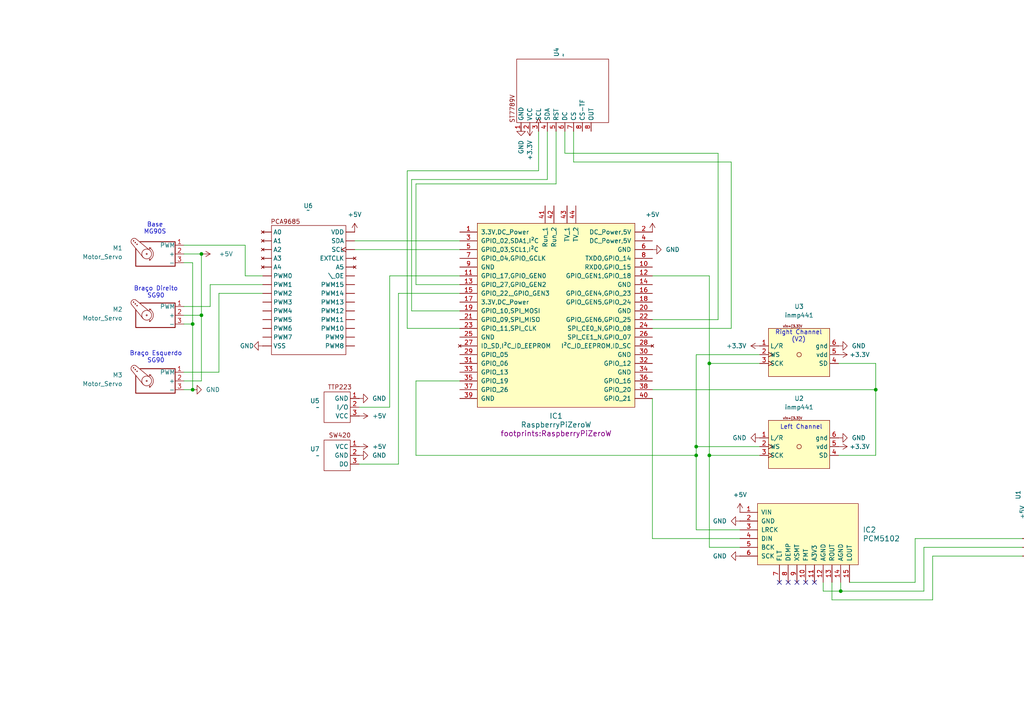
<source format=kicad_sch>
(kicad_sch (version 20231120) (generator "eeschema") (generator_version "8.0")
  (paper "A4")
  (lib_symbols
    (symbol "Device:Speaker" (pin_names (offset 0) hide)
      (property "Reference" "LS" (at 1.27 5.715 0))
      (property "Value" "Speaker" (at 1.27 3.81 0))
      (symbol "Speaker_0_0"
        (rectangle (start -2.54 1.27) (end 1.016 -3.81) (stroke (width 0.254)))
        (polyline (pts (xy 1.016 1.27) (xy 3.556 3.81) (xy 3.556 -6.35) (xy 1.016 -3.81)) (stroke (width 0.254)))
      )
      (symbol "Speaker_1_1"
        (pin input line (at -5.08 0 0) (length 2.54) (name "1") (number "1"))
        (pin input line (at -5.08 -2.54 0) (length 2.54) (name "2") (number "2"))
      )
    )
    (symbol "Motor:Motor_Servo" (pin_names (offset 0.0254))
      (property "Reference" "M" (at -5.08 4.445 0))
      (property "Value" "Motor_Servo" (at -5.08 -4.064 0))
      (symbol "Motor_Servo_0_1"
        (polyline (pts (xy 2.413 -1.778) (xy 2.032 -1.778)))
        (polyline (pts (xy 2.413 -1.778) (xy 2.286 -1.397)))
        (polyline (pts (xy 2.413 1.778) (xy 1.905 1.778)))
        (polyline (pts (xy 2.413 1.778) (xy 2.286 1.397)))
        (polyline (pts (xy 6.35 4.445) (xy 2.54 1.27)))
        (polyline (pts (xy 7.62 3.175) (xy 4.191 -1.016)))
        (polyline (pts (xy 5.08 3.556) (xy -5.08 3.556) (xy -5.08 -3.556) (xy 6.35 -3.556) (xy 6.35 1.524)) (stroke (width 0.254)))
        (arc (start 2.413 1.778) (mid 1.2406 0) (end 2.413 -1.778))
        (circle (center 3.175 0) (radius 0.1778))
        (circle (center 3.175 0) (radius 1.4224))
        (circle (center 5.969 2.794) (radius 0.127))
        (circle (center 6.477 3.302) (radius 0.127))
        (circle (center 6.985 3.81) (radius 0.127))
        (arc (start 7.62 3.175) (mid 7.4485 4.2735) (end 6.35 4.445))
      )
      (symbol "Motor_Servo_1_1"
        (pin passive line (at -7.62 2.54 0) (length 2.54) (name "PWM") (number "1"))
        (pin passive line (at -7.62 0 0) (length 2.54) (name "+") (number "2"))
        (pin passive line (at -7.62 -2.54 0) (length 2.54) (name "-") (number "3"))
      )
    )
    (symbol "PCA9685:PCA9685"
      (property "Reference" "U" (at -2.032 1.27 0))
      (symbol "PCA9685_0_1"
        (rectangle (start -2.54 -1.905) (end 19.05 -39.37))
      )
      (symbol "PCA9685_1_1"
        (text "PCA9685" (at 1.524 -0.762 0) (effects (font (size 1.27 1.27))))
        (pin no_connect line (at -5.08 -3.81 0) (length 2.54) (name "A0") (number ""))
        (pin no_connect line (at -5.08 -6.35 0) (length 2.54) (name "A1") (number ""))
        (pin no_connect line (at -5.08 -8.89 0) (length 2.54) (name "A2") (number ""))
        (pin no_connect line (at -5.08 -11.43 0) (length 2.54) (name "A3") (number ""))
        (pin no_connect line (at -5.08 -13.97 0) (length 2.54) (name "A4") (number ""))
        (pin no_connect line (at 21.59 -13.97 180) (length 2.54) (name "A5") (number ""))
        (pin no_connect line (at 21.59 -11.43 180) (length 2.54) (name "EXTCLK") (number ""))
        (pin output line (at -5.08 -16.51 0) (length 2.54) (name "PWM0") (number ""))
        (pin output line (at -5.08 -19.05 0) (length 2.54) (name "PWM1") (number ""))
        (pin output line (at 21.59 -31.75 180) (length 2.54) (name "PWM10") (number ""))
        (pin output line (at 21.59 -29.21 180) (length 2.54) (name "PWM11") (number ""))
        (pin output line (at 21.59 -26.67 180) (length 2.54) (name "PWM12") (number ""))
        (pin output line (at 21.59 -24.13 180) (length 2.54) (name "PWM13") (number ""))
        (pin output line (at 21.59 -21.59 180) (length 2.54) (name "PWM14") (number ""))
        (pin output line (at 21.59 -19.05 180) (length 2.54) (name "PWM15") (number ""))
        (pin output line (at -5.08 -21.59 0) (length 2.54) (name "PWM2") (number ""))
        (pin output line (at -5.08 -24.13 0) (length 2.54) (name "PWM3") (number ""))
        (pin output line (at -5.08 -26.67 0) (length 2.54) (name "PWM4") (number ""))
        (pin output line (at -5.08 -29.21 0) (length 2.54) (name "PWM5") (number ""))
        (pin output line (at -5.08 -31.75 0) (length 2.54) (name "PWM6") (number ""))
        (pin output line (at -5.08 -34.29 0) (length 2.54) (name "PWM7") (number ""))
        (pin output line (at 21.59 -36.83 180) (length 2.54) (name "PWM8") (number ""))
        (pin output line (at 21.59 -34.29 180) (length 2.54) (name "PWM9") (number ""))
        (pin input clock (at 21.59 -8.89 180) (length 2.54) (name "SCL") (number ""))
        (pin input line (at 21.59 -6.35 180) (length 2.54) (name "SDA") (number ""))
        (pin power_in line (at 21.59 -3.81 180) (length 2.54) (name "VDD") (number ""))
        (pin power_in line (at -5.08 -36.83 0) (length 2.54) (name "VSS") (number ""))
        (pin power_in line (at 21.59 -16.51 180) (length 2.54) (name "\\_OE") (number ""))
      )
    )
    (symbol "SW420:SW420"
      (property "Reference" "U" (at 0 0 0))
      (symbol "SW420_0_1"
        (rectangle (start 0 -3.175) (end 7.62 -12.065))
      )
      (symbol "SW420_1_1"
        (text "SW420\n" (at 3.048 -1.778 0) (effects (font (size 1.27 1.27))))
        (pin power_in line (at -2.54 -5.08 0) (length 2.54) (name "VCC") (number "1"))
        (pin power_in line (at -2.54 -7.62 0) (length 2.54) (name "GND") (number "2"))
        (pin output line (at -2.54 -10.16 0) (length 2.54) (name "DO") (number "3"))
      )
    )
    (symbol "TTP223:TTP223"
      (property "Reference" "U" (at 0 1.524 0))
      (symbol "TTP223_0_1"
        (rectangle (start 0 -1.905) (end 7.62 -10.795))
      )
      (symbol "TTP223_1_1"
        (text "TTP223" (at 3.048 -0.508 0) (effects (font (size 1.27 1.27))))
        (pin power_in line (at -2.54 -3.81 0) (length 2.54) (name "GND") (number "1"))
        (pin output line (at -2.54 -6.35 0) (length 2.54) (name "I/O") (number "2"))
        (pin power_in line (at -2.54 -8.89 0) (length 2.54) (name "VCC") (number "3"))
      )
    )
    (symbol "comp_pcm5102:PCM5102" (pin_names (offset 1.016))
      (property "Reference" "IC" (at 26.67 26.67 0))
      (property "Value" "PCM5102" (at 26.67 31.75 0))
      (symbol "PCM5102_0_1"
        (rectangle (start 6.35 34.29) (end 35.56 16.51) (fill (type background)))
      )
      (symbol "PCM5102_1_1"
        (pin power_in line (at 1.27 31.75 0) (length 5.08) (name "VIN") (number "1"))
        (pin unspecified line (at 20.32 11.43 90) (length 5.08) (name "FMT") (number "10"))
        (pin power_out line (at 22.86 11.43 90) (length 5.08) (name "A3V3") (number "11"))
        (pin power_out line (at 25.4 11.43 90) (length 5.08) (name "AGND") (number "12"))
        (pin output line (at 27.94 11.43 90) (length 5.08) (name "ROUT") (number "13"))
        (pin power_out line (at 30.48 11.43 90) (length 5.08) (name "AGND") (number "14"))
        (pin output line (at 33.02 11.43 90) (length 5.08) (name "LOUT") (number "15"))
        (pin power_in line (at 1.27 29.21 0) (length 5.08) (name "GND") (number "2"))
        (pin input line (at 1.27 26.67 0) (length 5.08) (name "LRCK") (number "3"))
        (pin input line (at 1.27 24.13 0) (length 5.08) (name "DIN") (number "4"))
        (pin input line (at 1.27 21.59 0) (length 5.08) (name "BCK") (number "5"))
        (pin input line (at 1.27 19.05 0) (length 5.08) (name "SCK") (number "6"))
        (pin unspecified line (at 12.7 11.43 90) (length 5.08) (name "FLT") (number "7"))
        (pin unspecified line (at 15.24 11.43 90) (length 5.08) (name "DEMP") (number "8"))
        (pin unspecified line (at 17.78 11.43 90) (length 5.08) (name "XSMT") (number "9"))
      )
    )
    (symbol "comp_raspberrypizerow:+3.3V" (power) (pin_names (offset 0))
      (property "Value" "+3.3V" (at 0 3.556 0))
      (symbol "+3.3V_0_1"
        (polyline (pts (xy -0.762 1.27) (xy 0 2.54)))
        (polyline (pts (xy 0 0) (xy 0 2.54)))
        (polyline (pts (xy 0 2.54) (xy 0.762 1.27)))
      )
      (symbol "+3.3V_1_1"
        (pin power_in line (at 0 0 90) (length 0) hide (name "+3V3") (number "1"))
      )
    )
    (symbol "comp_raspberrypizerow:RaspberryPiZeroW" (pin_names (offset 1.016))
      (property "Reference" "IC" (at -1.27 -33.02 0))
      (property "Value" "RaspberryPiZeroW" (at -1.27 -36.83 0))
      (property "Footprint" "footprints:RaspberryPiZeroW" (at -2.54 -41.91 0))
      (symbol "RaspberryPiZeroW_0_1"
        (rectangle (start -24.13 13.97) (end 21.59 -39.37) (fill (type background)))
      )
      (symbol "RaspberryPiZeroW_1_1"
        (pin power_out line (at -29.21 11.43 0) (length 5.08) (name "3.3V,DC_Power") (number "1"))
        (pin bidirectional line (at 26.67 1.27 180) (length 5.08) (name "RXD0,GPIO_15") (number "10"))
        (pin bidirectional line (at -29.21 -1.27 0) (length 5.08) (name "GPIO_17,GPIO_GEN0") (number "11"))
        (pin bidirectional line (at 26.67 -1.27 180) (length 5.08) (name "GPIO_GEN1,GPIO_18") (number "12"))
        (pin bidirectional line (at -29.21 -3.81 0) (length 5.08) (name "GPIO_27,GPIO_GEN2") (number "13"))
        (pin power_in line (at 26.67 -3.81 180) (length 5.08) (name "GND") (number "14"))
        (pin bidirectional line (at -29.21 -6.35 0) (length 5.08) (name "GPIO_22,_GPIO_GEN3") (number "15"))
        (pin bidirectional line (at 26.67 -6.35 180) (length 5.08) (name "GPIO_GEN4,GPIO_23") (number "16"))
        (pin power_out line (at -29.21 -8.89 0) (length 5.08) (name "3.3V,DC_Power") (number "17"))
        (pin bidirectional line (at 26.67 -8.89 180) (length 5.08) (name "GPIO_GEN5,GPIO_24") (number "18"))
        (pin bidirectional line (at -29.21 -11.43 0) (length 5.08) (name "GPIO_10,SPI_MOSI") (number "19"))
        (pin power_in line (at 26.67 11.43 180) (length 5.08) (name "DC_Power,5V") (number "2"))
        (pin power_in line (at 26.67 -11.43 180) (length 5.08) (name "GND") (number "20"))
        (pin bidirectional line (at -29.21 -13.97 0) (length 5.08) (name "GPIO_09,SPI_MISO") (number "21"))
        (pin bidirectional line (at 26.67 -13.97 180) (length 5.08) (name "GPIO_GEN6,GPIO_25") (number "22"))
        (pin bidirectional line (at -29.21 -16.51 0) (length 5.08) (name "GPIO_11,SPI_CLK") (number "23"))
        (pin bidirectional line (at 26.67 -16.51 180) (length 5.08) (name "SPI_CE0_N,GPIO_08") (number "24"))
        (pin power_in line (at -29.21 -19.05 0) (length 5.08) (name "GND") (number "25"))
        (pin bidirectional line (at 26.67 -19.05 180) (length 5.08) (name "SPI_CE1_N,GPIO_07") (number "26"))
        (pin no_connect line (at -29.21 -21.59 0) (length 5.08) (name "ID_SD,I²C_ID_EEPROM") (number "27"))
        (pin no_connect line (at 26.67 -21.59 180) (length 5.08) (name "I²C_ID_EEPROM,ID_SC") (number "28"))
        (pin bidirectional line (at -29.21 -24.13 0) (length 5.08) (name "GPIO_05") (number "29"))
        (pin bidirectional line (at -29.21 8.89 0) (length 5.08) (name "GPIO_02,SDA1,I²C") (number "3"))
        (pin power_in line (at 26.67 -24.13 180) (length 5.08) (name "GND") (number "30"))
        (pin bidirectional line (at -29.21 -26.67 0) (length 5.08) (name "GPIO_06") (number "31"))
        (pin bidirectional line (at 26.67 -26.67 180) (length 5.08) (name "GPIO_12") (number "32"))
        (pin bidirectional line (at -29.21 -29.21 0) (length 5.08) (name "GPIO_13") (number "33"))
        (pin power_in line (at 26.67 -29.21 180) (length 5.08) (name "GND") (number "34"))
        (pin bidirectional line (at -29.21 -31.75 0) (length 5.08) (name "GPIO_19") (number "35"))
        (pin bidirectional line (at 26.67 -31.75 180) (length 5.08) (name "GPIO_16") (number "36"))
        (pin bidirectional line (at -29.21 -34.29 0) (length 5.08) (name "GPIO_26") (number "37"))
        (pin bidirectional line (at 26.67 -34.29 180) (length 5.08) (name "GPIO_20") (number "38"))
        (pin power_in line (at -29.21 -36.83 0) (length 5.08) (name "GND") (number "39"))
        (pin power_in line (at 26.67 8.89 180) (length 5.08) (name "DC_Power,5V") (number "4"))
        (pin bidirectional line (at 26.67 -36.83 180) (length 5.08) (name "GPIO_21") (number "40"))
        (pin input line (at -4.445 19.05 270) (length 5.08) (name "Run_1") (number "41"))
        (pin input line (at -1.905 19.05 270) (length 5.08) (name "Run_2") (number "42"))
        (pin input line (at 1.905 19.05 270) (length 5.08) (name "TV_1") (number "43"))
        (pin input line (at 4.445 19.05 270) (length 5.08) (name "TV_2") (number "44"))
        (pin bidirectional line (at -29.21 6.35 0) (length 5.08) (name "GPIO_03,SCL1,I²C") (number "5"))
        (pin power_in line (at 26.67 6.35 180) (length 5.08) (name "GND") (number "6"))
        (pin bidirectional line (at -29.21 3.81 0) (length 5.08) (name "GPIO_04,GPIO_GCLK") (number "7"))
        (pin bidirectional line (at 26.67 3.81 180) (length 5.08) (name "TXDO,GPIO_14") (number "8"))
        (pin power_in line (at -29.21 1.27 0) (length 5.08) (name "GND") (number "9"))
      )
    )
    (symbol "display_ST7789V:ST7789V"
      (property "Reference" "U" (at -1.778 0.762 0))
      (symbol "ST7789V_0_1"
        (rectangle (start -2.54 -2.54) (end 15.875 -29.21))
      )
      (symbol "ST7789V_1_1"
        (text "ST7789V" (at 1.524 -1.27 0) (effects (font (size 1.27 1.27))))
        (pin power_in line (at -5.08 -3.81 0) (length 2.54) (name "GND") (number "1"))
        (pin power_in line (at -5.08 -6.35 0) (length 2.54) (name "VCC") (number "2"))
        (pin input clock (at -5.08 -8.89 0) (length 2.54) (name "SCL") (number "3"))
        (pin output line (at -5.08 -11.43 0) (length 2.54) (name "SDA") (number "4"))
        (pin input line (at -5.08 -13.97 0) (length 2.54) (name "RST") (number "5"))
        (pin input line (at -5.08 -16.51 0) (length 2.54) (name "DC") (number "6"))
        (pin input line (at -5.08 -19.05 0) (length 2.54) (name "CS") (number "7"))
        (pin input line (at -5.08 -21.59 0) (length 2.54) (name "CS-TF") (number "8"))
        (pin input line (at -5.08 -24.13 0) (length 2.54) (name "OUT") (number "8"))
      )
    )
    (symbol "inmp441:inmp441"
      (property "Reference" "U?" (at -3.6956 13.97 0))
      (property "Value" "inmp441" (at -3.6956 11.43 0))
      (symbol "inmp441_0_0"
        (rectangle (start -8.255 7.62) (end 9.525 -6.35) (fill (type background)))
      )
      (symbol "inmp441_0_1"
        (circle (center 0.635 0) (radius 0.635))
      )
      (symbol "inmp441_1_0"
        (text "vin=[3.3]V" (at -1.27 8.255 0) (effects (font (size 0.7 0.7))))
      )
      (symbol "inmp441_1_1"
        (pin passive line (at -10.795 2.54 0) (length 2.54) (name "L/R") (number "1"))
        (pin input clock (at -10.795 0 0) (length 2.54) (name "WS") (number "2"))
        (pin input clock (at -10.795 -2.54 0) (length 2.54) (name "SCK") (number "3"))
        (pin output line (at 12.065 -2.54 180) (length 2.54) (name "SD") (number "4"))
        (pin passive line (at 12.065 0 180) (length 2.54) (name "vdd") (number "5"))
        (pin passive line (at 12.065 2.54 180) (length 2.54) (name "gnd") (number "6"))
      )
    )
    (symbol "pam8403:pam8403"
      (property "Reference" "U?" (at -3.6956 13.97 0))
      (property "Value" "pam8403" (at -3.6956 11.43 0))
      (symbol "pam8403_0_0"
        (rectangle (start -8.255 7.62) (end 9.525 -6.35) (fill (type background)))
        (text "vin=[2.5-5.5]V" (at -1.27 8.255 0) (effects (font (size 0.7 0.7))))
      )
      (symbol "pam8403_1_1"
        (pin passive line (at -10.795 2.54 0) (length 2.54) (name "L") (number "1"))
        (pin passive line (at -10.795 0 0) (length 2.54) (name "T") (number "2"))
        (pin passive line (at -10.795 -2.54 0) (length 2.54) (name "R") (number "3"))
        (pin passive line (at -5.715 10.16 270) (length 2.54) (name "vin") (number "4"))
        (pin passive line (at 1.905 -8.89 90) (length 2.54) (name "gnd") (number "5"))
        (pin passive line (at 12.065 -5.08 180) (length 2.54) (name "R-") (number "6"))
        (pin passive line (at 12.065 -2.54 180) (length 2.54) (name "R+") (number "7"))
        (pin passive line (at 12.065 2.54 180) (length 2.54) (name "L+") (number "8"))
        (pin passive line (at 12.065 5.08 180) (length 2.54) (name "L-") (number "9"))
      )
    )
    (symbol "power:+5V" (power) (pin_numbers hide) (pin_names (offset 0) hide)
      (property "Value" "+5V" (at 0 3.556 0))
      (symbol "+5V_0_1"
        (polyline (pts (xy -0.762 1.27) (xy 0 2.54)))
        (polyline (pts (xy 0 0) (xy 0 2.54)))
        (polyline (pts (xy 0 2.54) (xy 0.762 1.27)))
      )
      (symbol "+5V_1_1"
        (pin power_in line (at 0 0 90) (length 0) (name "~") (number "1"))
      )
    )
    (symbol "power:GND" (power) (pin_numbers hide) (pin_names (offset 0) hide)
      (property "Value" "GND" (at 0 -3.81 0))
      (symbol "GND_0_1"
        (polyline (pts (xy 0 0) (xy 0 -1.27) (xy 1.27 -1.27) (xy 0 -2.54) (xy -1.27 -1.27) (xy 0 -1.27)))
      )
      (symbol "GND_1_1"
        (pin power_in line (at 0 0 270) (length 0) (name "~") (number "1"))
      )
    )
  )
  (junction (at 254 113.03))
  (junction (at 55.88 93.98))
  (junction (at 58.42 73.66))
  (junction (at 205.74 105.41))
  (junction (at 55.88 113.03))
  (junction (at 205.74 132.08))
  (junction (at 243.84 171.45))
  (junction (at 201.93 132.08))
  (junction (at 58.42 91.44))
  (junction (at 201.93 129.54))
  (no_connect (at 231.14 168.91))
  (no_connect (at 233.68 168.91))
  (no_connect (at 236.22 168.91))
  (no_connect (at 228.6 168.91))
  (no_connect (at 226.06 168.91))
  (wire (pts (xy 76.2 82.55) (xy 60.96 82.55)))
  (wire (pts (xy 53.34 91.44) (xy 58.42 91.44)))
  (wire (pts (xy 189.23 156.21) (xy 189.23 115.57)))
  (wire (pts (xy 53.34 71.12) (xy 71.12 71.12)))
  (wire (pts (xy 119.38 52.07) (xy 119.38 90.17)))
  (wire (pts (xy 53.34 113.03) (xy 55.88 113.03)))
  (wire (pts (xy 158.75 38.1) (xy 158.75 52.07)))
  (wire (pts (xy 113.03 80.01) (xy 113.03 118.11)))
  (wire (pts (xy 243.205 105.41) (xy 254 105.41)))
  (wire (pts (xy 220.345 102.87) (xy 201.93 102.87)))
  (wire (pts (xy 156.21 49.53) (xy 156.21 38.1)))
  (wire (pts (xy 163.83 44.45) (xy 208.28 44.45)))
  (wire (pts (xy 205.74 105.41) (xy 220.345 105.41)))
  (wire (pts (xy 241.3 173.99) (xy 270.51 173.99)))
  (wire (pts (xy 265.43 168.91) (xy 265.43 156.21)))
  (wire (pts (xy 113.03 118.11) (xy 104.14 118.11)))
  (wire (pts (xy 238.76 168.91) (xy 238.76 171.45)))
  (wire (pts (xy 58.42 73.66) (xy 58.42 91.44)))
  (wire (pts (xy 115.57 85.09) (xy 115.57 134.62)))
  (wire (pts (xy 53.34 110.49) (xy 58.42 110.49)))
  (wire (pts (xy 163.83 38.1) (xy 163.83 44.45)))
  (wire (pts (xy 254 105.41) (xy 254 113.03)))
  (wire (pts (xy 60.96 88.9) (xy 53.34 88.9)))
  (wire (pts (xy 120.65 53.34) (xy 120.65 82.55)))
  (wire (pts (xy 270.51 161.29) (xy 296.545 161.29)))
  (wire (pts (xy 161.29 38.1) (xy 161.29 53.34)))
  (wire (pts (xy 120.65 82.55) (xy 133.35 82.55)))
  (wire (pts (xy 270.51 173.99) (xy 270.51 161.29)))
  (wire (pts (xy 201.93 102.87) (xy 201.93 129.54)))
  (wire (pts (xy 267.97 158.75) (xy 296.545 158.75)))
  (wire (pts (xy 120.65 110.49) (xy 120.65 132.08)))
  (wire (pts (xy 201.93 153.67) (xy 214.63 153.67)))
  (wire (pts (xy 55.88 76.2) (xy 55.88 93.98)))
  (wire (pts (xy 254 132.08) (xy 254 113.03)))
  (wire (pts (xy 238.76 171.45) (xy 243.84 171.45)))
  (wire (pts (xy 205.74 132.08) (xy 220.345 132.08)))
  (wire (pts (xy 119.38 52.07) (xy 158.75 52.07)))
  (wire (pts (xy 53.34 76.2) (xy 55.88 76.2)))
  (wire (pts (xy 133.35 85.09) (xy 115.57 85.09)))
  (wire (pts (xy 205.74 105.41) (xy 205.74 132.08)))
  (wire (pts (xy 118.11 95.25) (xy 133.35 95.25)))
  (wire (pts (xy 243.205 132.08) (xy 254 132.08)))
  (wire (pts (xy 212.09 95.25) (xy 212.09 46.99)))
  (wire (pts (xy 58.42 110.49) (xy 58.42 91.44)))
  (wire (pts (xy 208.28 92.71) (xy 208.28 44.45)))
  (wire (pts (xy 319.405 156.21) (xy 337.82 156.21)))
  (wire (pts (xy 189.23 92.71) (xy 208.28 92.71)))
  (wire (pts (xy 243.84 168.91) (xy 243.84 171.45)))
  (wire (pts (xy 60.96 82.55) (xy 60.96 88.9)))
  (wire (pts (xy 63.5 85.09) (xy 76.2 85.09)))
  (wire (pts (xy 55.88 93.98) (xy 53.34 93.98)))
  (wire (pts (xy 205.74 80.01) (xy 189.23 80.01)))
  (wire (pts (xy 115.57 134.62) (xy 104.14 134.62)))
  (wire (pts (xy 166.37 46.99) (xy 212.09 46.99)))
  (wire (pts (xy 53.34 107.95) (xy 63.5 107.95)))
  (wire (pts (xy 55.88 93.98) (xy 55.88 113.03)))
  (wire (pts (xy 189.23 156.21) (xy 214.63 156.21)))
  (wire (pts (xy 118.11 49.53) (xy 118.11 95.25)))
  (wire (pts (xy 265.43 156.21) (xy 296.545 156.21)))
  (wire (pts (xy 220.345 129.54) (xy 201.93 129.54)))
  (wire (pts (xy 166.37 46.99) (xy 166.37 38.1)))
  (wire (pts (xy 133.35 110.49) (xy 120.65 110.49)))
  (wire (pts (xy 189.23 95.25) (xy 212.09 95.25)))
  (wire (pts (xy 119.38 90.17) (xy 133.35 90.17)))
  (wire (pts (xy 71.12 71.12) (xy 71.12 80.01)))
  (wire (pts (xy 120.65 132.08) (xy 201.93 132.08)))
  (wire (pts (xy 205.74 80.01) (xy 205.74 105.41)))
  (wire (pts (xy 58.42 73.66) (xy 53.34 73.66)))
  (wire (pts (xy 118.11 49.53) (xy 156.21 49.53)))
  (wire (pts (xy 246.38 168.91) (xy 265.43 168.91)))
  (wire (pts (xy 241.3 168.91) (xy 241.3 173.99)))
  (wire (pts (xy 102.87 69.85) (xy 133.35 69.85)))
  (wire (pts (xy 201.93 132.08) (xy 201.93 153.67)))
  (wire (pts (xy 71.12 80.01) (xy 76.2 80.01)))
  (wire (pts (xy 120.65 53.34) (xy 161.29 53.34)))
  (wire (pts (xy 319.405 163.83) (xy 327.66 163.83)))
  (wire (pts (xy 205.74 132.08) (xy 205.74 158.75)))
  (wire (pts (xy 319.405 153.67) (xy 337.82 153.67)))
  (wire (pts (xy 102.87 72.39) (xy 133.35 72.39)))
  (wire (pts (xy 133.35 80.01) (xy 113.03 80.01)))
  (wire (pts (xy 254 113.03) (xy 189.23 113.03)))
  (wire (pts (xy 267.97 171.45) (xy 267.97 158.75)))
  (wire (pts (xy 319.405 161.29) (xy 327.66 161.29)))
  (wire (pts (xy 201.93 129.54) (xy 201.93 132.08)))
  (wire (pts (xy 214.63 158.75) (xy 205.74 158.75)))
  (wire (pts (xy 243.84 171.45) (xy 267.97 171.45)))
  (wire (pts (xy 63.5 107.95) (xy 63.5 85.09)))
  (text "Left Channel" (at 232.41 123.952 0) (effects (font (size 1.27 1.27))))
  (text "Base\nMG90S" (at 44.958 66.294 0) (effects (font (size 1.27 1.27))))
  (text "Braço Direito\nSG90" (at 45.212 84.836 0) (effects (font (size 1.27 1.27))))
  (text "8R\n0.5v\n29mm" (at 350.774 145.288 90) (effects (font (size 1.27 1.27))))
  (text "Braço Esquerdo\nSG90" (at 45.212 103.632 0) (effects (font (size 1.27 1.27))))
  (text "8R\n0.5v\n40mm" (at 340.868 172.974 90) (effects (font (size 1.27 1.27))))
  (text "Right Channel\n(V2)" (at 231.648 97.536 0) (effects (font (size 1.27 1.27))))
  (symbol (lib_id "power:GND") (at 104.14 115.57 90) (unit 1)
    (property "Reference" "#PWR021" (effects (hide yes)))
    (property "Value" "GND" (at 107.95 115.5699 90) (effects (justify right)))
    (property "Description" "Power symbol creates a global label with name \"GND\" , ground" (effects (hide yes)))
  )
  (symbol (lib_id "power:+5V") (at 58.42 73.66 270) (unit 1)
    (property "Reference" "#PWR017" (effects (hide yes)))
    (property "Value" "+5V" (at 63.5 73.6599 90) (effects (justify left)))
    (property "Description" "Power symbol creates a global label with name \"+5V\"" (effects (hide yes)))
  )
  (symbol (lib_id "comp_raspberrypizerow:RaspberryPiZeroW") (at 162.56 78.74 0) (unit 1)
    (property "Reference" "IC1" (at 161.29 120.65 0) (effects (font (size 1.524 1.524))))
    (property "Value" "RaspberryPiZeroW" (at 161.29 123.19 0) (effects (font (size 1.524 1.524))))
    (property "Footprint" "footprints:RaspberryPiZeroW" (at 161.29 125.73 0) (effects (font (size 1.524 1.524))))
  )
  (symbol (lib_id "comp_pcm5102:PCM5102") (at 213.36 180.34 0) (unit 1)
    (property "Reference" "IC2" (at 250.19 153.6699 0) (effects (font (size 1.524 1.524)) (justify left)))
    (property "Value" "PCM5102" (at 250.19 156.2099 0) (effects (font (size 1.524 1.524)) (justify left)))
    (property "Footprint" "footprints:PCM5102" (effects (hide yes)))
  )
  (symbol (lib_id "inmp441:inmp441") (at 231.14 102.87 0) (unit 1)
    (property "Reference" "U3" (at 231.775 88.9 0))
    (property "Value" "inmp441" (at 231.775 91.44 0))
  )
  (symbol (lib_id "power:GND") (at 189.23 72.39 90) (unit 1)
    (property "Reference" "#PWR02" (effects (hide yes)))
    (property "Value" "GND" (at 193.04 72.3899 90) (effects (justify right)))
    (property "Description" "Power symbol creates a global label with name \"GND\" , ground" (effects (hide yes)))
  )
  (symbol (lib_id "power:+5V") (at 214.63 148.59 0) (unit 1)
    (property "Reference" "#PWR04" (effects (hide yes)))
    (property "Value" "+5V" (at 214.63 143.51 0))
    (property "Description" "Power symbol creates a global label with name \"+5V\"" (effects (hide yes)))
  )
  (symbol (lib_id "comp_raspberrypizerow:+3.3V") (at 153.67 36.83 0) (mirror x) (unit 1)
    (property "Reference" "#PWR014" (effects (hide yes)))
    (property "Value" "+3.3V" (at 153.6699 40.64 90) (effects (justify left)))
  )
  (symbol (lib_id "power:GND") (at 220.345 127 270) (unit 1)
    (property "Reference" "#PWR09" (effects (hide yes)))
    (property "Value" "GND" (at 216.535 126.9999 90) (effects (justify right)))
    (property "Description" "Power symbol creates a global label with name \"GND\" , ground" (effects (hide yes)))
  )
  (symbol (lib_id "power:+5V") (at 102.87 67.31 0) (unit 1)
    (property "Reference" "#PWR016" (effects (hide yes)))
    (property "Value" "+5V" (at 102.87 62.23 0))
    (property "Description" "Power symbol creates a global label with name \"+5V\"" (effects (hide yes)))
  )
  (symbol (lib_id "power:+5V") (at 243.205 102.87 270) (unit 1)
    (property "Reference" "#PWR012" (effects (hide yes)))
    (property "Value" "+3.3V" (at 246.38 102.8699 90) (effects (justify left)))
    (property "Description" "Power symbol creates a global label with name \"+5V\"" (effects (hide yes)))
  )
  (symbol (lib_id "power:+5V") (at 220.345 100.33 90) (unit 1)
    (property "Reference" "#PWR013" (effects (hide yes)))
    (property "Value" "+3.3V" (at 216.535 100.3299 90) (effects (justify left)))
    (property "Description" "Power symbol creates a global label with name \"+5V\"" (effects (hide yes)))
  )
  (symbol (lib_id "power:GND") (at 243.205 100.33 90) (unit 1)
    (property "Reference" "#PWR011" (effects (hide yes)))
    (property "Value" "GND" (at 247.015 100.3299 90) (effects (justify right)))
    (property "Description" "Power symbol creates a global label with name \"GND\" , ground" (effects (hide yes)))
  )
  (symbol (lib_id "power:GND") (at 214.63 151.13 270) (unit 1)
    (property "Reference" "#PWR01" (effects (hide yes)))
    (property "Value" "GND" (at 210.82 151.1299 90) (effects (justify right)))
    (property "Description" "Power symbol creates a global label with name \"GND\" , ground" (effects (hide yes)))
  )
  (symbol (lib_id "power:GND") (at 243.205 127 90) (unit 1)
    (property "Reference" "#PWR08" (effects (hide yes)))
    (property "Value" "GND" (at 247.015 126.9999 90) (effects (justify right)))
    (property "Description" "Power symbol creates a global label with name \"GND\" , ground" (effects (hide yes)))
  )
  (symbol (lib_id "Motor:Motor_Servo") (at 45.72 91.44 0) (mirror y) (unit 1)
    (property "Reference" "M2" (at 35.56 89.7365 0) (effects (justify left)))
    (property "Value" "Motor_Servo" (at 35.56 92.2765 0) (effects (justify left)))
    (property "Datasheet" "http://forums.parallax.com/uploads/attachments/46831/74481.png" (effects (hide yes)))
    (property "Description" "Servo Motor (Futaba, HiTec, JR connector)" (effects (hide yes)))
  )
  (symbol (lib_id "power:GND") (at 104.14 132.08 90) (unit 1)
    (property "Reference" "#PWR022" (effects (hide yes)))
    (property "Value" "GND" (at 107.95 132.0799 90) (effects (justify right)))
    (property "Description" "Power symbol creates a global label with name \"GND\" , ground" (effects (hide yes)))
  )
  (symbol (lib_id "power:GND") (at 309.245 167.64 0) (unit 1)
    (property "Reference" "#PWR07" (effects (hide yes)))
    (property "Value" "GND" (at 309.2449 171.45 90) (effects (justify right)))
    (property "Description" "Power symbol creates a global label with name \"GND\" , ground" (effects (hide yes)))
  )
  (symbol (lib_id "power:+5V") (at 104.14 120.65 270) (unit 1)
    (property "Reference" "#PWR020" (effects (hide yes)))
    (property "Value" "+5V" (at 107.95 120.6499 90) (effects (justify left)))
    (property "Description" "Power symbol creates a global label with name \"+5V\"" (effects (hide yes)))
  )
  (symbol (lib_id "Motor:Motor_Servo") (at 45.72 73.66 0) (mirror y) (unit 1)
    (property "Reference" "M1" (at 35.56 71.9565 0) (effects (justify left)))
    (property "Value" "Motor_Servo" (at 35.56 74.4965 0) (effects (justify left)))
    (property "Datasheet" "http://forums.parallax.com/uploads/attachments/46831/74481.png" (effects (hide yes)))
    (property "Description" "Servo Motor (Futaba, HiTec, JR connector)" (effects (hide yes)))
  )
  (symbol (lib_id "inmp441:inmp441") (at 231.14 129.54 0) (unit 1)
    (property "Reference" "U2" (at 231.775 115.57 0))
    (property "Value" "inmp441" (at 231.775 118.11 0))
  )
  (symbol (lib_id "TTP223:TTP223") (at 101.6 111.76 0) (mirror y) (unit 1)
    (property "Reference" "U5" (at 92.71 116.2656 0) (effects (justify left)))
    (property "Value" "~" (at 92.71 118.1707 0) (effects (justify left)))
    (property "Description" "Touch Sensor" (effects (hide yes)))
  )
  (symbol (lib_id "power:+5V") (at 243.205 129.54 270) (unit 1)
    (property "Reference" "#PWR010" (effects (hide yes)))
    (property "Value" "+3.3V" (at 246.38 129.5399 90) (effects (justify left)))
    (property "Description" "Power symbol creates a global label with name \"+5V\"" (effects (hide yes)))
  )
  (symbol (lib_id "power:GND") (at 76.2 100.33 270) (unit 1)
    (property "Reference" "#PWR018" (effects (hide yes)))
    (property "Value" "GND" (at 73.66 100.3299 90) (effects (justify right)))
    (property "Description" "Power symbol creates a global label with name \"GND\" , ground" (effects (hide yes)))
  )
  (symbol (lib_id "power:+5V") (at 301.625 148.59 90) (unit 1)
    (property "Reference" "#PWR06" (effects (hide yes)))
    (property "Value" "+5V" (at 296.545 148.59 0))
    (property "Description" "Power symbol creates a global label with name \"+5V\"" (effects (hide yes)))
  )
  (symbol (lib_id "SW420:SW420") (at 101.6 124.46 0) (mirror y) (unit 1)
    (property "Reference" "U7" (at 92.71 130.2356 0) (effects (justify left)))
    (property "Value" "~" (at 92.71 132.1407 0) (effects (justify left)))
  )
  (symbol (lib_id "power:+5V") (at 189.23 67.31 0) (unit 1)
    (property "Reference" "#PWR05" (effects (hide yes)))
    (property "Value" "+5V" (at 189.23 62.23 0))
    (property "Description" "Power symbol creates a global label with name \"+5V\"" (effects (hide yes)))
  )
  (symbol (lib_id "power:+5V") (at 104.14 129.54 270) (unit 1)
    (property "Reference" "#PWR023" (effects (hide yes)))
    (property "Value" "+5V" (at 107.95 129.5399 90) (effects (justify left)))
    (property "Description" "Power symbol creates a global label with name \"+5V\"" (effects (hide yes)))
  )
  (symbol (lib_id "Device:Speaker") (at 342.9 153.67 0) (unit 1)
    (property "Reference" "LS1" (at 342.1379 148.59 90) (effects (justify left)))
    (property "Value" "Speaker" (at 344.6779 148.59 90) (effects (justify left)))
    (property "Description" "Speaker" (effects (hide yes)))
  )
  (symbol (lib_id "power:GND") (at 214.63 161.29 270) (unit 1)
    (property "Reference" "#PWR03" (effects (hide yes)))
    (property "Value" "GND" (at 210.82 161.2899 90) (effects (justify right)))
    (property "Description" "Power symbol creates a global label with name \"GND\" , ground" (effects (hide yes)))
  )
  (symbol (lib_id "display_ST7789V:ST7789V") (at 147.32 33.02 90) (unit 1)
    (property "Reference" "U4" (at 161.4141 16.51 0) (effects (justify left)))
    (property "Value" "~" (at 163.3192 16.51 0) (effects (justify left)))
  )
  (symbol (lib_id "PCA9685:PCA9685") (at 81.28 63.5 0) (unit 1)
    (property "Reference" "U6" (at 89.3947 59.69 0))
    (property "Value" "~" (at 89.3947 60.96 0))
  )
  (symbol (lib_id "power:GND") (at 151.13 36.83 0) (mirror y) (unit 1)
    (property "Reference" "#PWR015" (effects (hide yes)))
    (property "Value" "GND" (at 151.1299 40.64 90) (effects (justify right)))
    (property "Description" "Power symbol creates a global label with name \"GND\" , ground" (effects (hide yes)))
  )
  (symbol (lib_id "pam8403:pam8403") (at 307.34 158.75 0) (unit 1)
    (property "Reference" "U1" (at 295.3064 143.51 90))
    (property "Value" "pam8403" (at 297.8464 143.51 90))
    (property "Footprint" "pam8403:pam8403" (effects (hide yes)))
  )
  (symbol (lib_id "power:GND") (at 55.88 113.03 90) (unit 1)
    (property "Reference" "#PWR019" (effects (hide yes)))
    (property "Value" "GND" (at 59.69 113.0299 90) (effects (justify right)))
    (property "Description" "Power symbol creates a global label with name \"GND\" , ground" (effects (hide yes)))
  )
  (symbol (lib_id "Motor:Motor_Servo") (at 45.72 110.49 0) (mirror y) (unit 1)
    (property "Reference" "M3" (at 35.56 108.7865 0) (effects (justify left)))
    (property "Value" "Motor_Servo" (at 35.56 111.3265 0) (effects (justify left)))
    (property "Datasheet" "http://forums.parallax.com/uploads/attachments/46831/74481.png" (effects (hide yes)))
    (property "Description" "Servo Motor (Futaba, HiTec, JR connector)" (effects (hide yes)))
  )
  (symbol (lib_id "Device:Speaker") (at 332.74 163.83 0) (mirror x) (unit 1)
    (property "Reference" "LS2" (at 331.9779 168.91 90) (effects (justify left)))
    (property "Value" "Speaker" (at 334.5179 168.91 90) (effects (justify left)))
    (property "Description" "Speaker" (effects (hide yes)))
  )
)
</source>
